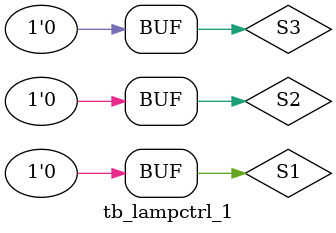
<source format=v>
`timescale 1ns / 1ps
module tb_lampctrl_1 ();
  // Inputs
  reg  S1;
  reg  S2;
  reg  S3;

  // Output
  wire F;

  // Bidirs

  // Instantiate the UUT
  LampCtrl UUT1 (
      .S1(S1),
      .S2(S2),
      .S3(S3),
      .F (F)
  );
  // Initialize Inputs
  //   `ifdef auto_init
  initial begin
    S1 = 0;
    S2 = 0;
    S3 = 0;
    #50 S1 = 1;
    #50 S1 = 0;
    S2 = 1;
    #50 S1 = 1;
    #50 S1 = 0;
    S2 = 0;
    S3 = 1;
    #50 S1 = 1;
    #50 S1 = 0;
    S2 = 1;
    #50 S1 = 1;
    #50 S1 = 0;
    S2 = 0;
    S3 = 0;
  end
  //  `endif

endmodule

</source>
